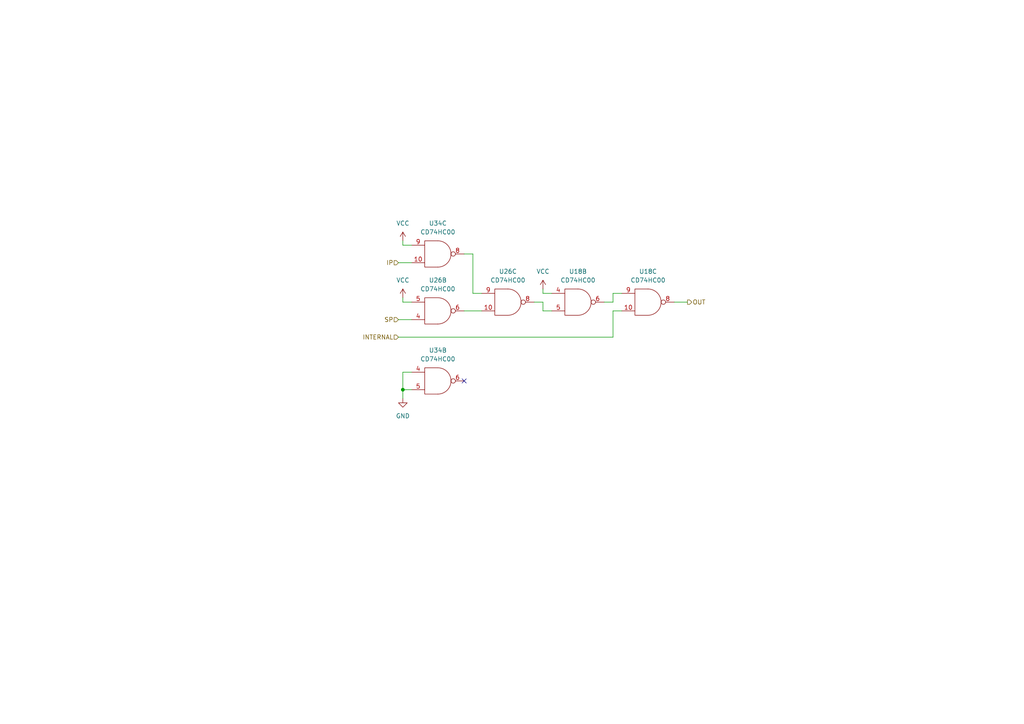
<source format=kicad_sch>
(kicad_sch (version 20211123) (generator eeschema)
  (paper "A4")
  (lib_symbols
    (symbol "CD74HCXX:CD74HC00" (pin_names (offset 0.762))
      (property "Reference" "U" (at -2.54 6.985 0))
      (property "Value" "CD74HC00" (at 1.27 5.08 0))
      (symbol "CD74HC00_0_0"
        (pin power_in line (at -2.54 2.54 0) (length 0) hide (name "VCC") (number "14"))
        (pin power_in line (at -2.54 -2.54 0) (length 0) hide (name "GND") (number "7"))
      )
      (symbol "CD74HC00_0_1"
        (arc (start 0 -3.81) (mid 3.81 0) (end 0 3.81))
        (polyline (pts (xy 0 3.81) (xy -3.81 3.81) (xy -3.81 -3.81) (xy 0 -3.81)))
      )
      (symbol "CD74HC00_0_2"
        (arc (start -4.445 -3.81) (mid -3.175 0) (end -4.445 3.81))
        (arc (start -3.175 -3.81) (mid 0.803 -2.7954) (end 3.81 0))
        (polyline (pts (xy -4.445 -3.81) (xy -3.175 -3.81)))
        (polyline (pts (xy -4.445 3.81) (xy -3.175 3.81)))
        (arc (start 3.81 0) (mid 0.8099 2.8117) (end -3.175 3.81))
      )
      (symbol "CD74HC00_1_1"
        (pin input line (at -7.62 2.54 0) (length 3.81) (name "~") (number "1"))
        (pin input line (at -7.62 -2.54 0) (length 3.81) (name "~") (number "2"))
        (pin output inverted (at 7.62 0 180) (length 3.81) (name "~") (number "3"))
      )
      (symbol "CD74HC00_1_2"
        (pin input inverted (at -7.62 2.54 0) (length 3.81) (name "~") (number "1"))
        (pin input inverted (at -7.62 -2.54 0) (length 3.81) (name "~") (number "2"))
        (pin output line (at 7.62 0 180) (length 3.81) (name "~") (number "3"))
      )
      (symbol "CD74HC00_2_1"
        (pin input line (at -7.62 2.54 0) (length 3.81) (name "~") (number "4"))
        (pin input line (at -7.62 -2.54 0) (length 3.81) (name "~") (number "5"))
        (pin output inverted (at 7.62 0 180) (length 3.81) (name "~") (number "6"))
      )
      (symbol "CD74HC00_2_2"
        (pin input inverted (at -7.62 2.54 0) (length 3.81) (name "~") (number "4"))
        (pin input inverted (at -7.62 -2.54 0) (length 3.81) (name "~") (number "5"))
        (pin output line (at 7.62 0 180) (length 3.81) (name "~") (number "6"))
      )
      (symbol "CD74HC00_3_1"
        (pin input line (at -7.62 -2.54 0) (length 3.81) (name "~") (number "10"))
        (pin output inverted (at 7.62 0 180) (length 3.81) (name "~") (number "8"))
        (pin input line (at -7.62 2.54 0) (length 3.81) (name "~") (number "9"))
      )
      (symbol "CD74HC00_3_2"
        (pin input inverted (at -7.62 -2.54 0) (length 3.81) (name "~") (number "10"))
        (pin output line (at 7.62 0 180) (length 3.81) (name "~") (number "8"))
        (pin input inverted (at -7.62 2.54 0) (length 3.81) (name "~") (number "9"))
      )
      (symbol "CD74HC00_4_1"
        (pin output inverted (at 7.62 0 180) (length 3.81) (name "~") (number "11"))
        (pin input line (at -7.62 2.54 0) (length 3.81) (name "~") (number "12"))
        (pin input line (at -7.62 -2.54 0) (length 3.81) (name "~") (number "13"))
      )
      (symbol "CD74HC00_4_2"
        (pin output line (at 7.62 0 180) (length 3.81) (name "~") (number "11"))
        (pin input inverted (at -7.62 2.54 0) (length 3.81) (name "~") (number "12"))
        (pin input inverted (at -7.62 -2.54 0) (length 3.81) (name "~") (number "13"))
      )
    )
    (symbol "power:GND" (power) (pin_names (offset 0))
      (property "Value" "GND" (at 0 -3.81 0))
      (symbol "GND_0_1"
        (polyline (pts (xy 0 0) (xy 0 -1.27) (xy 1.27 -1.27) (xy 0 -2.54) (xy -1.27 -1.27) (xy 0 -1.27)))
      )
      (symbol "GND_1_1"
        (pin power_in line (at 0 0 270) (length 0) hide (name "GND") (number "1"))
      )
    )
    (symbol "power:VCC" (power) (pin_names (offset 0))
      (property "Value" "VCC" (at 0 3.81 0))
      (symbol "VCC_0_1"
        (polyline (pts (xy -0.762 1.27) (xy 0 2.54)))
        (polyline (pts (xy 0 0) (xy 0 2.54)))
        (polyline (pts (xy 0 2.54) (xy 0.762 1.27)))
      )
      (symbol "VCC_1_1"
        (pin power_in line (at 0 0 90) (length 0) hide (name "VCC") (number "1"))
      )
    )
  )
  (junction (at 116.84 113.03))
  (no_connect (at 134.62 110.49))
  (wire (pts (xy 115.57 97.79) (xy 177.8 97.79)))
  (wire (pts (xy 116.84 71.12) (xy 116.84 69.85)))
  (wire (pts (xy 119.38 71.12) (xy 116.84 71.12)))
  (wire (pts (xy 116.84 107.95) (xy 116.84 113.03)))
  (wire (pts (xy 116.84 113.03) (xy 119.38 113.03)))
  (wire (pts (xy 116.84 115.57) (xy 116.84 113.03)))
  (wire (pts (xy 177.8 85.09) (xy 180.34 85.09)))
  (wire (pts (xy 137.16 85.09) (xy 139.7 85.09)))
  (wire (pts (xy 175.26 87.63) (xy 177.8 87.63)))
  (wire (pts (xy 137.16 73.66) (xy 137.16 85.09)))
  (wire (pts (xy 157.48 85.09) (xy 157.48 83.82)))
  (wire (pts (xy 116.84 86.36) (xy 116.84 87.63)))
  (wire (pts (xy 134.62 90.17) (xy 139.7 90.17)))
  (wire (pts (xy 154.94 87.63) (xy 157.48 87.63)))
  (wire (pts (xy 116.84 87.63) (xy 119.38 87.63)))
  (wire (pts (xy 115.57 76.2) (xy 119.38 76.2)))
  (wire (pts (xy 177.8 90.17) (xy 177.8 97.79)))
  (wire (pts (xy 157.48 87.63) (xy 157.48 90.17)))
  (wire (pts (xy 134.62 73.66) (xy 137.16 73.66)))
  (wire (pts (xy 199.39 87.63) (xy 195.58 87.63)))
  (wire (pts (xy 157.48 90.17) (xy 160.02 90.17)))
  (wire (pts (xy 115.57 92.71) (xy 119.38 92.71)))
  (wire (pts (xy 160.02 85.09) (xy 157.48 85.09)))
  (wire (pts (xy 180.34 90.17) (xy 177.8 90.17)))
  (wire (pts (xy 177.8 87.63) (xy 177.8 85.09)))
  (wire (pts (xy 116.84 107.95) (xy 119.38 107.95)))
  (hierarchical_label "SP" (shape input) (at 115.57 92.71 180))
  (hierarchical_label "IP" (shape input) (at 115.57 76.2 180))
  (hierarchical_label "INTERNAL" (shape input) (at 115.57 97.79 180))
  (hierarchical_label "OUT" (shape output) (at 199.39 87.63 0))
  (symbol (lib_id "power:GND") (at 116.84 115.57 0) (unit 1)
    (property "Reference" "#PWR0106" (effects hide))
    (property "Value" "GND" (at 116.84 120.65 0))
  )
  (symbol (lib_id "CD74HCXX:CD74HC00") (at 167.64 87.63 0) (unit 2)
    (property "Reference" "U18" (at 167.64 78.74 0))
    (property "Value" "CD74HC00" (at 167.64 81.28 0))
    (property "Footprint" "Package_DIP:DIP-14_W7.62mm" (effects hide))
  )
  (symbol (lib_id "power:VCC") (at 116.84 69.85 0) (unit 1)
    (property "Reference" "#PWR0108" (effects hide))
    (property "Value" "VCC" (at 116.84 64.77 0))
  )
  (symbol (lib_id "CD74HCXX:CD74HC00") (at 127 110.49 0) (unit 2)
    (property "Reference" "U34" (at 127 101.6 0))
    (property "Value" "CD74HC00" (at 127 104.14 0))
    (property "Footprint" "Package_DIP:DIP-14_W7.62mm" (effects hide))
  )
  (symbol (lib_id "CD74HCXX:CD74HC00") (at 127 73.66 0) (unit 3)
    (property "Reference" "U34" (at 127 64.77 0))
    (property "Value" "CD74HC00" (at 127 67.31 0))
    (property "Footprint" "Package_DIP:DIP-14_W7.62mm" (effects hide))
  )
  (symbol (lib_id "power:VCC") (at 116.84 86.36 0) (unit 1)
    (property "Reference" "#PWR0107" (effects hide))
    (property "Value" "VCC" (at 116.84 81.28 0))
  )
  (symbol (lib_id "CD74HCXX:CD74HC00") (at 127 90.17 0) (mirror x) (unit 2)
    (property "Reference" "U26" (at 127 81.28 0))
    (property "Value" "CD74HC00" (at 127 83.82 0))
    (property "Footprint" "Package_DIP:DIP-14_W7.62mm" (effects hide))
  )
  (symbol (lib_id "CD74HCXX:CD74HC00") (at 187.96 87.63 0) (unit 3)
    (property "Reference" "U18" (at 187.96 78.74 0))
    (property "Value" "CD74HC00" (at 187.96 81.28 0))
    (property "Footprint" "Package_DIP:DIP-14_W7.62mm" (effects hide))
  )
  (symbol (lib_id "power:VCC") (at 157.48 83.82 0) (unit 1)
    (property "Reference" "#PWR0105" (effects hide))
    (property "Value" "VCC" (at 157.48 78.74 0))
  )
  (symbol (lib_id "CD74HCXX:CD74HC00") (at 147.32 87.63 0) (unit 3)
    (property "Reference" "U26" (at 147.32 78.74 0))
    (property "Value" "CD74HC00" (at 147.32 81.28 0))
    (property "Footprint" "Package_DIP:DIP-14_W7.62mm" (effects hide))
  )
)
</source>
